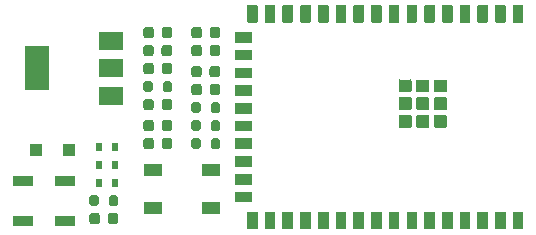
<source format=gtp>
G04 #@! TF.GenerationSoftware,KiCad,Pcbnew,5.1.8-db9833491~87~ubuntu18.04.1*
G04 #@! TF.CreationDate,2020-11-18T16:13:39-03:00*
G04 #@! TF.ProjectId,Franzininho WIFI,4672616e-7a69-46e6-996e-686f20574946,rev?*
G04 #@! TF.SameCoordinates,Original*
G04 #@! TF.FileFunction,Paste,Top*
G04 #@! TF.FilePolarity,Positive*
%FSLAX46Y46*%
G04 Gerber Fmt 4.6, Leading zero omitted, Abs format (unit mm)*
G04 Created by KiCad (PCBNEW 5.1.8-db9833491~87~ubuntu18.04.1) date 2020-11-18 16:13:39*
%MOMM*%
%LPD*%
G01*
G04 APERTURE LIST*
%ADD10R,1.100000X1.100000*%
%ADD11R,0.600000X0.700000*%
%ADD12R,2.000000X3.800000*%
%ADD13R,2.000000X1.500000*%
%ADD14R,1.700000X0.900000*%
%ADD15R,1.500000X1.000000*%
G04 APERTURE END LIST*
G36*
G01*
X145333000Y-99564000D02*
X145333000Y-99064000D01*
G75*
G02*
X145558000Y-98839000I225000J0D01*
G01*
X146008000Y-98839000D01*
G75*
G02*
X146233000Y-99064000I0J-225000D01*
G01*
X146233000Y-99564000D01*
G75*
G02*
X146008000Y-99789000I-225000J0D01*
G01*
X145558000Y-99789000D01*
G75*
G02*
X145333000Y-99564000I0J225000D01*
G01*
G37*
G36*
G01*
X146883000Y-99564000D02*
X146883000Y-99064000D01*
G75*
G02*
X147108000Y-98839000I225000J0D01*
G01*
X147558000Y-98839000D01*
G75*
G02*
X147783000Y-99064000I0J-225000D01*
G01*
X147783000Y-99564000D01*
G75*
G02*
X147558000Y-99789000I-225000J0D01*
G01*
X147108000Y-99789000D01*
G75*
G02*
X146883000Y-99564000I0J225000D01*
G01*
G37*
G36*
G01*
X145333000Y-104415000D02*
X145333000Y-103865000D01*
G75*
G02*
X145533000Y-103665000I200000J0D01*
G01*
X145933000Y-103665000D01*
G75*
G02*
X146133000Y-103865000I0J-200000D01*
G01*
X146133000Y-104415000D01*
G75*
G02*
X145933000Y-104615000I-200000J0D01*
G01*
X145533000Y-104615000D01*
G75*
G02*
X145333000Y-104415000I0J200000D01*
G01*
G37*
G36*
G01*
X146983000Y-104415000D02*
X146983000Y-103865000D01*
G75*
G02*
X147183000Y-103665000I200000J0D01*
G01*
X147583000Y-103665000D01*
G75*
G02*
X147783000Y-103865000I0J-200000D01*
G01*
X147783000Y-104415000D01*
G75*
G02*
X147583000Y-104615000I-200000J0D01*
G01*
X147183000Y-104615000D01*
G75*
G02*
X146983000Y-104415000I0J200000D01*
G01*
G37*
G36*
G01*
X137497000Y-111739000D02*
X137497000Y-112289000D01*
G75*
G02*
X137297000Y-112489000I-200000J0D01*
G01*
X136897000Y-112489000D01*
G75*
G02*
X136697000Y-112289000I0J200000D01*
G01*
X136697000Y-111739000D01*
G75*
G02*
X136897000Y-111539000I200000J0D01*
G01*
X137297000Y-111539000D01*
G75*
G02*
X137497000Y-111739000I0J-200000D01*
G01*
G37*
G36*
G01*
X139147000Y-111739000D02*
X139147000Y-112289000D01*
G75*
G02*
X138947000Y-112489000I-200000J0D01*
G01*
X138547000Y-112489000D01*
G75*
G02*
X138347000Y-112289000I0J200000D01*
G01*
X138347000Y-111739000D01*
G75*
G02*
X138547000Y-111539000I200000J0D01*
G01*
X138947000Y-111539000D01*
G75*
G02*
X139147000Y-111739000I0J-200000D01*
G01*
G37*
G36*
G01*
X163888100Y-105860000D02*
X162961900Y-105860000D01*
G75*
G02*
X162875000Y-105773100I0J86900D01*
G01*
X162875000Y-104846900D01*
G75*
G02*
X162961900Y-104760000I86900J0D01*
G01*
X163888100Y-104760000D01*
G75*
G02*
X163975000Y-104846900I0J-86900D01*
G01*
X163975000Y-105773100D01*
G75*
G02*
X163888100Y-105860000I-86900J0D01*
G01*
G37*
G36*
G01*
X163888100Y-104360000D02*
X162961900Y-104360000D01*
G75*
G02*
X162875000Y-104273100I0J86900D01*
G01*
X162875000Y-103346900D01*
G75*
G02*
X162961900Y-103260000I86900J0D01*
G01*
X163888100Y-103260000D01*
G75*
G02*
X163975000Y-103346900I0J-86900D01*
G01*
X163975000Y-104273100D01*
G75*
G02*
X163888100Y-104360000I-86900J0D01*
G01*
G37*
G36*
G01*
X163888100Y-102860000D02*
X162961900Y-102860000D01*
G75*
G02*
X162875000Y-102773100I0J86900D01*
G01*
X162875000Y-101846900D01*
G75*
G02*
X162961900Y-101760000I86900J0D01*
G01*
X163888100Y-101760000D01*
G75*
G02*
X163975000Y-101846900I0J-86900D01*
G01*
X163975000Y-102773100D01*
G75*
G02*
X163888100Y-102860000I-86900J0D01*
G01*
G37*
G36*
G01*
X165388100Y-105860000D02*
X164461900Y-105860000D01*
G75*
G02*
X164375000Y-105773100I0J86900D01*
G01*
X164375000Y-104846900D01*
G75*
G02*
X164461900Y-104760000I86900J0D01*
G01*
X165388100Y-104760000D01*
G75*
G02*
X165475000Y-104846900I0J-86900D01*
G01*
X165475000Y-105773100D01*
G75*
G02*
X165388100Y-105860000I-86900J0D01*
G01*
G37*
G36*
G01*
X165388100Y-104360000D02*
X164461900Y-104360000D01*
G75*
G02*
X164375000Y-104273100I0J86900D01*
G01*
X164375000Y-103346900D01*
G75*
G02*
X164461900Y-103260000I86900J0D01*
G01*
X165388100Y-103260000D01*
G75*
G02*
X165475000Y-103346900I0J-86900D01*
G01*
X165475000Y-104273100D01*
G75*
G02*
X165388100Y-104360000I-86900J0D01*
G01*
G37*
G36*
G01*
X165388100Y-102860000D02*
X164461900Y-102860000D01*
G75*
G02*
X164375000Y-102773100I0J86900D01*
G01*
X164375000Y-101846900D01*
G75*
G02*
X164461900Y-101760000I86900J0D01*
G01*
X165388100Y-101760000D01*
G75*
G02*
X165475000Y-101846900I0J-86900D01*
G01*
X165475000Y-102773100D01*
G75*
G02*
X165388100Y-102860000I-86900J0D01*
G01*
G37*
G36*
G01*
X166888100Y-105860000D02*
X165961900Y-105860000D01*
G75*
G02*
X165875000Y-105773100I0J86900D01*
G01*
X165875000Y-104846900D01*
G75*
G02*
X165961900Y-104760000I86900J0D01*
G01*
X166888100Y-104760000D01*
G75*
G02*
X166975000Y-104846900I0J-86900D01*
G01*
X166975000Y-105773100D01*
G75*
G02*
X166888100Y-105860000I-86900J0D01*
G01*
G37*
G36*
G01*
X166888100Y-104360000D02*
X165961900Y-104360000D01*
G75*
G02*
X165875000Y-104273100I0J86900D01*
G01*
X165875000Y-103346900D01*
G75*
G02*
X165961900Y-103260000I86900J0D01*
G01*
X166888100Y-103260000D01*
G75*
G02*
X166975000Y-103346900I0J-86900D01*
G01*
X166975000Y-104273100D01*
G75*
G02*
X166888100Y-104360000I-86900J0D01*
G01*
G37*
G36*
G01*
X166888100Y-102860000D02*
X165961900Y-102860000D01*
G75*
G02*
X165875000Y-102773100I0J86900D01*
G01*
X165875000Y-101846900D01*
G75*
G02*
X165961900Y-101760000I86900J0D01*
G01*
X166888100Y-101760000D01*
G75*
G02*
X166975000Y-101846900I0J-86900D01*
G01*
X166975000Y-102773100D01*
G75*
G02*
X166888100Y-102860000I-86900J0D01*
G01*
G37*
G36*
G01*
X173378900Y-114450000D02*
X172621100Y-114450000D01*
G75*
G02*
X172550000Y-114378900I0J71100D01*
G01*
X172550000Y-113021100D01*
G75*
G02*
X172621100Y-112950000I71100J0D01*
G01*
X173378900Y-112950000D01*
G75*
G02*
X173450000Y-113021100I0J-71100D01*
G01*
X173450000Y-114378900D01*
G75*
G02*
X173378900Y-114450000I-71100J0D01*
G01*
G37*
G36*
G01*
X171878900Y-114450000D02*
X171121100Y-114450000D01*
G75*
G02*
X171050000Y-114378900I0J71100D01*
G01*
X171050000Y-113021100D01*
G75*
G02*
X171121100Y-112950000I71100J0D01*
G01*
X171878900Y-112950000D01*
G75*
G02*
X171950000Y-113021100I0J-71100D01*
G01*
X171950000Y-114378900D01*
G75*
G02*
X171878900Y-114450000I-71100J0D01*
G01*
G37*
G36*
G01*
X170378900Y-114450000D02*
X169621100Y-114450000D01*
G75*
G02*
X169550000Y-114378900I0J71100D01*
G01*
X169550000Y-113021100D01*
G75*
G02*
X169621100Y-112950000I71100J0D01*
G01*
X170378900Y-112950000D01*
G75*
G02*
X170450000Y-113021100I0J-71100D01*
G01*
X170450000Y-114378900D01*
G75*
G02*
X170378900Y-114450000I-71100J0D01*
G01*
G37*
G36*
G01*
X168878900Y-114450000D02*
X168121100Y-114450000D01*
G75*
G02*
X168050000Y-114378900I0J71100D01*
G01*
X168050000Y-113021100D01*
G75*
G02*
X168121100Y-112950000I71100J0D01*
G01*
X168878900Y-112950000D01*
G75*
G02*
X168950000Y-113021100I0J-71100D01*
G01*
X168950000Y-114378900D01*
G75*
G02*
X168878900Y-114450000I-71100J0D01*
G01*
G37*
G36*
G01*
X167378900Y-114450000D02*
X166621100Y-114450000D01*
G75*
G02*
X166550000Y-114378900I0J71100D01*
G01*
X166550000Y-113021100D01*
G75*
G02*
X166621100Y-112950000I71100J0D01*
G01*
X167378900Y-112950000D01*
G75*
G02*
X167450000Y-113021100I0J-71100D01*
G01*
X167450000Y-114378900D01*
G75*
G02*
X167378900Y-114450000I-71100J0D01*
G01*
G37*
G36*
G01*
X165878900Y-114450000D02*
X165121100Y-114450000D01*
G75*
G02*
X165050000Y-114378900I0J71100D01*
G01*
X165050000Y-113021100D01*
G75*
G02*
X165121100Y-112950000I71100J0D01*
G01*
X165878900Y-112950000D01*
G75*
G02*
X165950000Y-113021100I0J-71100D01*
G01*
X165950000Y-114378900D01*
G75*
G02*
X165878900Y-114450000I-71100J0D01*
G01*
G37*
G36*
G01*
X164378900Y-114450000D02*
X163621100Y-114450000D01*
G75*
G02*
X163550000Y-114378900I0J71100D01*
G01*
X163550000Y-113021100D01*
G75*
G02*
X163621100Y-112950000I71100J0D01*
G01*
X164378900Y-112950000D01*
G75*
G02*
X164450000Y-113021100I0J-71100D01*
G01*
X164450000Y-114378900D01*
G75*
G02*
X164378900Y-114450000I-71100J0D01*
G01*
G37*
G36*
G01*
X162878900Y-114450000D02*
X162121100Y-114450000D01*
G75*
G02*
X162050000Y-114378900I0J71100D01*
G01*
X162050000Y-113021100D01*
G75*
G02*
X162121100Y-112950000I71100J0D01*
G01*
X162878900Y-112950000D01*
G75*
G02*
X162950000Y-113021100I0J-71100D01*
G01*
X162950000Y-114378900D01*
G75*
G02*
X162878900Y-114450000I-71100J0D01*
G01*
G37*
G36*
G01*
X161378900Y-114450000D02*
X160621100Y-114450000D01*
G75*
G02*
X160550000Y-114378900I0J71100D01*
G01*
X160550000Y-113021100D01*
G75*
G02*
X160621100Y-112950000I71100J0D01*
G01*
X161378900Y-112950000D01*
G75*
G02*
X161450000Y-113021100I0J-71100D01*
G01*
X161450000Y-114378900D01*
G75*
G02*
X161378900Y-114450000I-71100J0D01*
G01*
G37*
G36*
G01*
X159878900Y-114450000D02*
X159121100Y-114450000D01*
G75*
G02*
X159050000Y-114378900I0J71100D01*
G01*
X159050000Y-113021100D01*
G75*
G02*
X159121100Y-112950000I71100J0D01*
G01*
X159878900Y-112950000D01*
G75*
G02*
X159950000Y-113021100I0J-71100D01*
G01*
X159950000Y-114378900D01*
G75*
G02*
X159878900Y-114450000I-71100J0D01*
G01*
G37*
G36*
G01*
X158378900Y-114450000D02*
X157621100Y-114450000D01*
G75*
G02*
X157550000Y-114378900I0J71100D01*
G01*
X157550000Y-113021100D01*
G75*
G02*
X157621100Y-112950000I71100J0D01*
G01*
X158378900Y-112950000D01*
G75*
G02*
X158450000Y-113021100I0J-71100D01*
G01*
X158450000Y-114378900D01*
G75*
G02*
X158378900Y-114450000I-71100J0D01*
G01*
G37*
G36*
G01*
X156878900Y-114450000D02*
X156121100Y-114450000D01*
G75*
G02*
X156050000Y-114378900I0J71100D01*
G01*
X156050000Y-113021100D01*
G75*
G02*
X156121100Y-112950000I71100J0D01*
G01*
X156878900Y-112950000D01*
G75*
G02*
X156950000Y-113021100I0J-71100D01*
G01*
X156950000Y-114378900D01*
G75*
G02*
X156878900Y-114450000I-71100J0D01*
G01*
G37*
G36*
G01*
X155378900Y-114450000D02*
X154621100Y-114450000D01*
G75*
G02*
X154550000Y-114378900I0J71100D01*
G01*
X154550000Y-113021100D01*
G75*
G02*
X154621100Y-112950000I71100J0D01*
G01*
X155378900Y-112950000D01*
G75*
G02*
X155450000Y-113021100I0J-71100D01*
G01*
X155450000Y-114378900D01*
G75*
G02*
X155378900Y-114450000I-71100J0D01*
G01*
G37*
G36*
G01*
X153878900Y-114450000D02*
X153121100Y-114450000D01*
G75*
G02*
X153050000Y-114378900I0J71100D01*
G01*
X153050000Y-113021100D01*
G75*
G02*
X153121100Y-112950000I71100J0D01*
G01*
X153878900Y-112950000D01*
G75*
G02*
X153950000Y-113021100I0J-71100D01*
G01*
X153950000Y-114378900D01*
G75*
G02*
X153878900Y-114450000I-71100J0D01*
G01*
G37*
G36*
G01*
X152378900Y-114450000D02*
X151621100Y-114450000D01*
G75*
G02*
X151550000Y-114378900I0J71100D01*
G01*
X151550000Y-113021100D01*
G75*
G02*
X151621100Y-112950000I71100J0D01*
G01*
X152378900Y-112950000D01*
G75*
G02*
X152450000Y-113021100I0J-71100D01*
G01*
X152450000Y-114378900D01*
G75*
G02*
X152378900Y-114450000I-71100J0D01*
G01*
G37*
G36*
G01*
X150878900Y-114450000D02*
X150121100Y-114450000D01*
G75*
G02*
X150050000Y-114378900I0J71100D01*
G01*
X150050000Y-113021100D01*
G75*
G02*
X150121100Y-112950000I71100J0D01*
G01*
X150878900Y-112950000D01*
G75*
G02*
X150950000Y-113021100I0J-71100D01*
G01*
X150950000Y-114378900D01*
G75*
G02*
X150878900Y-114450000I-71100J0D01*
G01*
G37*
G36*
G01*
X149000000Y-112078900D02*
X149000000Y-111321100D01*
G75*
G02*
X149071100Y-111250000I71100J0D01*
G01*
X150428900Y-111250000D01*
G75*
G02*
X150500000Y-111321100I0J-71100D01*
G01*
X150500000Y-112078900D01*
G75*
G02*
X150428900Y-112150000I-71100J0D01*
G01*
X149071100Y-112150000D01*
G75*
G02*
X149000000Y-112078900I0J71100D01*
G01*
G37*
G36*
G01*
X149000000Y-110578900D02*
X149000000Y-109821100D01*
G75*
G02*
X149071100Y-109750000I71100J0D01*
G01*
X150428900Y-109750000D01*
G75*
G02*
X150500000Y-109821100I0J-71100D01*
G01*
X150500000Y-110578900D01*
G75*
G02*
X150428900Y-110650000I-71100J0D01*
G01*
X149071100Y-110650000D01*
G75*
G02*
X149000000Y-110578900I0J71100D01*
G01*
G37*
G36*
G01*
X149000000Y-109078900D02*
X149000000Y-108321100D01*
G75*
G02*
X149071100Y-108250000I71100J0D01*
G01*
X150428900Y-108250000D01*
G75*
G02*
X150500000Y-108321100I0J-71100D01*
G01*
X150500000Y-109078900D01*
G75*
G02*
X150428900Y-109150000I-71100J0D01*
G01*
X149071100Y-109150000D01*
G75*
G02*
X149000000Y-109078900I0J71100D01*
G01*
G37*
G36*
G01*
X149000000Y-107578900D02*
X149000000Y-106821100D01*
G75*
G02*
X149071100Y-106750000I71100J0D01*
G01*
X150428900Y-106750000D01*
G75*
G02*
X150500000Y-106821100I0J-71100D01*
G01*
X150500000Y-107578900D01*
G75*
G02*
X150428900Y-107650000I-71100J0D01*
G01*
X149071100Y-107650000D01*
G75*
G02*
X149000000Y-107578900I0J71100D01*
G01*
G37*
G36*
G01*
X149000000Y-106078900D02*
X149000000Y-105321100D01*
G75*
G02*
X149071100Y-105250000I71100J0D01*
G01*
X150428900Y-105250000D01*
G75*
G02*
X150500000Y-105321100I0J-71100D01*
G01*
X150500000Y-106078900D01*
G75*
G02*
X150428900Y-106150000I-71100J0D01*
G01*
X149071100Y-106150000D01*
G75*
G02*
X149000000Y-106078900I0J71100D01*
G01*
G37*
G36*
G01*
X149000000Y-104578900D02*
X149000000Y-103821100D01*
G75*
G02*
X149071100Y-103750000I71100J0D01*
G01*
X150428900Y-103750000D01*
G75*
G02*
X150500000Y-103821100I0J-71100D01*
G01*
X150500000Y-104578900D01*
G75*
G02*
X150428900Y-104650000I-71100J0D01*
G01*
X149071100Y-104650000D01*
G75*
G02*
X149000000Y-104578900I0J71100D01*
G01*
G37*
G36*
G01*
X149000000Y-103078900D02*
X149000000Y-102321100D01*
G75*
G02*
X149071100Y-102250000I71100J0D01*
G01*
X150428900Y-102250000D01*
G75*
G02*
X150500000Y-102321100I0J-71100D01*
G01*
X150500000Y-103078900D01*
G75*
G02*
X150428900Y-103150000I-71100J0D01*
G01*
X149071100Y-103150000D01*
G75*
G02*
X149000000Y-103078900I0J71100D01*
G01*
G37*
G36*
G01*
X149000000Y-101578900D02*
X149000000Y-100821100D01*
G75*
G02*
X149071100Y-100750000I71100J0D01*
G01*
X150428900Y-100750000D01*
G75*
G02*
X150500000Y-100821100I0J-71100D01*
G01*
X150500000Y-101578900D01*
G75*
G02*
X150428900Y-101650000I-71100J0D01*
G01*
X149071100Y-101650000D01*
G75*
G02*
X149000000Y-101578900I0J71100D01*
G01*
G37*
G36*
G01*
X149000000Y-100078900D02*
X149000000Y-99321100D01*
G75*
G02*
X149071100Y-99250000I71100J0D01*
G01*
X150428900Y-99250000D01*
G75*
G02*
X150500000Y-99321100I0J-71100D01*
G01*
X150500000Y-100078900D01*
G75*
G02*
X150428900Y-100150000I-71100J0D01*
G01*
X149071100Y-100150000D01*
G75*
G02*
X149000000Y-100078900I0J71100D01*
G01*
G37*
G36*
G01*
X149000000Y-98578900D02*
X149000000Y-97821100D01*
G75*
G02*
X149071100Y-97750000I71100J0D01*
G01*
X150428900Y-97750000D01*
G75*
G02*
X150500000Y-97821100I0J-71100D01*
G01*
X150500000Y-98578900D01*
G75*
G02*
X150428900Y-98650000I-71100J0D01*
G01*
X149071100Y-98650000D01*
G75*
G02*
X149000000Y-98578900I0J71100D01*
G01*
G37*
G36*
G01*
X150121100Y-95450000D02*
X150878900Y-95450000D01*
G75*
G02*
X150950000Y-95521100I0J-71100D01*
G01*
X150950000Y-96878900D01*
G75*
G02*
X150878900Y-96950000I-71100J0D01*
G01*
X150121100Y-96950000D01*
G75*
G02*
X150050000Y-96878900I0J71100D01*
G01*
X150050000Y-95521100D01*
G75*
G02*
X150121100Y-95450000I71100J0D01*
G01*
G37*
G36*
G01*
X151621100Y-95450000D02*
X152378900Y-95450000D01*
G75*
G02*
X152450000Y-95521100I0J-71100D01*
G01*
X152450000Y-96878900D01*
G75*
G02*
X152378900Y-96950000I-71100J0D01*
G01*
X151621100Y-96950000D01*
G75*
G02*
X151550000Y-96878900I0J71100D01*
G01*
X151550000Y-95521100D01*
G75*
G02*
X151621100Y-95450000I71100J0D01*
G01*
G37*
G36*
G01*
X153121100Y-95450000D02*
X153878900Y-95450000D01*
G75*
G02*
X153950000Y-95521100I0J-71100D01*
G01*
X153950000Y-96878900D01*
G75*
G02*
X153878900Y-96950000I-71100J0D01*
G01*
X153121100Y-96950000D01*
G75*
G02*
X153050000Y-96878900I0J71100D01*
G01*
X153050000Y-95521100D01*
G75*
G02*
X153121100Y-95450000I71100J0D01*
G01*
G37*
G36*
G01*
X154621100Y-95450000D02*
X155378900Y-95450000D01*
G75*
G02*
X155450000Y-95521100I0J-71100D01*
G01*
X155450000Y-96878900D01*
G75*
G02*
X155378900Y-96950000I-71100J0D01*
G01*
X154621100Y-96950000D01*
G75*
G02*
X154550000Y-96878900I0J71100D01*
G01*
X154550000Y-95521100D01*
G75*
G02*
X154621100Y-95450000I71100J0D01*
G01*
G37*
G36*
G01*
X156121100Y-95450000D02*
X156878900Y-95450000D01*
G75*
G02*
X156950000Y-95521100I0J-71100D01*
G01*
X156950000Y-96878900D01*
G75*
G02*
X156878900Y-96950000I-71100J0D01*
G01*
X156121100Y-96950000D01*
G75*
G02*
X156050000Y-96878900I0J71100D01*
G01*
X156050000Y-95521100D01*
G75*
G02*
X156121100Y-95450000I71100J0D01*
G01*
G37*
G36*
G01*
X157621100Y-95450000D02*
X158378900Y-95450000D01*
G75*
G02*
X158450000Y-95521100I0J-71100D01*
G01*
X158450000Y-96878900D01*
G75*
G02*
X158378900Y-96950000I-71100J0D01*
G01*
X157621100Y-96950000D01*
G75*
G02*
X157550000Y-96878900I0J71100D01*
G01*
X157550000Y-95521100D01*
G75*
G02*
X157621100Y-95450000I71100J0D01*
G01*
G37*
G36*
G01*
X159121100Y-95450000D02*
X159878900Y-95450000D01*
G75*
G02*
X159950000Y-95521100I0J-71100D01*
G01*
X159950000Y-96878900D01*
G75*
G02*
X159878900Y-96950000I-71100J0D01*
G01*
X159121100Y-96950000D01*
G75*
G02*
X159050000Y-96878900I0J71100D01*
G01*
X159050000Y-95521100D01*
G75*
G02*
X159121100Y-95450000I71100J0D01*
G01*
G37*
G36*
G01*
X160621100Y-95450000D02*
X161378900Y-95450000D01*
G75*
G02*
X161450000Y-95521100I0J-71100D01*
G01*
X161450000Y-96878900D01*
G75*
G02*
X161378900Y-96950000I-71100J0D01*
G01*
X160621100Y-96950000D01*
G75*
G02*
X160550000Y-96878900I0J71100D01*
G01*
X160550000Y-95521100D01*
G75*
G02*
X160621100Y-95450000I71100J0D01*
G01*
G37*
G36*
G01*
X162121100Y-95450000D02*
X162878900Y-95450000D01*
G75*
G02*
X162950000Y-95521100I0J-71100D01*
G01*
X162950000Y-96878900D01*
G75*
G02*
X162878900Y-96950000I-71100J0D01*
G01*
X162121100Y-96950000D01*
G75*
G02*
X162050000Y-96878900I0J71100D01*
G01*
X162050000Y-95521100D01*
G75*
G02*
X162121100Y-95450000I71100J0D01*
G01*
G37*
G36*
G01*
X163621100Y-95450000D02*
X164378900Y-95450000D01*
G75*
G02*
X164450000Y-95521100I0J-71100D01*
G01*
X164450000Y-96878900D01*
G75*
G02*
X164378900Y-96950000I-71100J0D01*
G01*
X163621100Y-96950000D01*
G75*
G02*
X163550000Y-96878900I0J71100D01*
G01*
X163550000Y-95521100D01*
G75*
G02*
X163621100Y-95450000I71100J0D01*
G01*
G37*
G36*
G01*
X165121100Y-95450000D02*
X165878900Y-95450000D01*
G75*
G02*
X165950000Y-95521100I0J-71100D01*
G01*
X165950000Y-96878900D01*
G75*
G02*
X165878900Y-96950000I-71100J0D01*
G01*
X165121100Y-96950000D01*
G75*
G02*
X165050000Y-96878900I0J71100D01*
G01*
X165050000Y-95521100D01*
G75*
G02*
X165121100Y-95450000I71100J0D01*
G01*
G37*
G36*
G01*
X166621100Y-95450000D02*
X167378900Y-95450000D01*
G75*
G02*
X167450000Y-95521100I0J-71100D01*
G01*
X167450000Y-96878900D01*
G75*
G02*
X167378900Y-96950000I-71100J0D01*
G01*
X166621100Y-96950000D01*
G75*
G02*
X166550000Y-96878900I0J71100D01*
G01*
X166550000Y-95521100D01*
G75*
G02*
X166621100Y-95450000I71100J0D01*
G01*
G37*
G36*
G01*
X168121100Y-95450000D02*
X168878900Y-95450000D01*
G75*
G02*
X168950000Y-95521100I0J-71100D01*
G01*
X168950000Y-96878900D01*
G75*
G02*
X168878900Y-96950000I-71100J0D01*
G01*
X168121100Y-96950000D01*
G75*
G02*
X168050000Y-96878900I0J71100D01*
G01*
X168050000Y-95521100D01*
G75*
G02*
X168121100Y-95450000I71100J0D01*
G01*
G37*
G36*
G01*
X169621100Y-95450000D02*
X170378900Y-95450000D01*
G75*
G02*
X170450000Y-95521100I0J-71100D01*
G01*
X170450000Y-96878900D01*
G75*
G02*
X170378900Y-96950000I-71100J0D01*
G01*
X169621100Y-96950000D01*
G75*
G02*
X169550000Y-96878900I0J71100D01*
G01*
X169550000Y-95521100D01*
G75*
G02*
X169621100Y-95450000I71100J0D01*
G01*
G37*
G36*
G01*
X171121100Y-95450000D02*
X171878900Y-95450000D01*
G75*
G02*
X171950000Y-95521100I0J-71100D01*
G01*
X171950000Y-96878900D01*
G75*
G02*
X171878900Y-96950000I-71100J0D01*
G01*
X171121100Y-96950000D01*
G75*
G02*
X171050000Y-96878900I0J71100D01*
G01*
X171050000Y-95521100D01*
G75*
G02*
X171121100Y-95450000I71100J0D01*
G01*
G37*
G36*
G01*
X172621100Y-95450000D02*
X173378900Y-95450000D01*
G75*
G02*
X173450000Y-95521100I0J-71100D01*
G01*
X173450000Y-96878900D01*
G75*
G02*
X173378900Y-96950000I-71100J0D01*
G01*
X172621100Y-96950000D01*
G75*
G02*
X172550000Y-96878900I0J71100D01*
G01*
X172550000Y-95521100D01*
G75*
G02*
X172621100Y-95450000I71100J0D01*
G01*
G37*
G36*
G01*
X145333000Y-98040000D02*
X145333000Y-97540000D01*
G75*
G02*
X145558000Y-97315000I225000J0D01*
G01*
X146008000Y-97315000D01*
G75*
G02*
X146233000Y-97540000I0J-225000D01*
G01*
X146233000Y-98040000D01*
G75*
G02*
X146008000Y-98265000I-225000J0D01*
G01*
X145558000Y-98265000D01*
G75*
G02*
X145333000Y-98040000I0J225000D01*
G01*
G37*
G36*
G01*
X146883000Y-98040000D02*
X146883000Y-97540000D01*
G75*
G02*
X147108000Y-97315000I225000J0D01*
G01*
X147558000Y-97315000D01*
G75*
G02*
X147783000Y-97540000I0J-225000D01*
G01*
X147783000Y-98040000D01*
G75*
G02*
X147558000Y-98265000I-225000J0D01*
G01*
X147108000Y-98265000D01*
G75*
G02*
X146883000Y-98040000I0J225000D01*
G01*
G37*
G36*
G01*
X141269000Y-98040000D02*
X141269000Y-97540000D01*
G75*
G02*
X141494000Y-97315000I225000J0D01*
G01*
X141944000Y-97315000D01*
G75*
G02*
X142169000Y-97540000I0J-225000D01*
G01*
X142169000Y-98040000D01*
G75*
G02*
X141944000Y-98265000I-225000J0D01*
G01*
X141494000Y-98265000D01*
G75*
G02*
X141269000Y-98040000I0J225000D01*
G01*
G37*
G36*
G01*
X142819000Y-98040000D02*
X142819000Y-97540000D01*
G75*
G02*
X143044000Y-97315000I225000J0D01*
G01*
X143494000Y-97315000D01*
G75*
G02*
X143719000Y-97540000I0J-225000D01*
G01*
X143719000Y-98040000D01*
G75*
G02*
X143494000Y-98265000I-225000J0D01*
G01*
X143044000Y-98265000D01*
G75*
G02*
X142819000Y-98040000I0J225000D01*
G01*
G37*
G36*
G01*
X142169000Y-106938000D02*
X142169000Y-107438000D01*
G75*
G02*
X141944000Y-107663000I-225000J0D01*
G01*
X141494000Y-107663000D01*
G75*
G02*
X141269000Y-107438000I0J225000D01*
G01*
X141269000Y-106938000D01*
G75*
G02*
X141494000Y-106713000I225000J0D01*
G01*
X141944000Y-106713000D01*
G75*
G02*
X142169000Y-106938000I0J-225000D01*
G01*
G37*
G36*
G01*
X143719000Y-106938000D02*
X143719000Y-107438000D01*
G75*
G02*
X143494000Y-107663000I-225000J0D01*
G01*
X143044000Y-107663000D01*
G75*
G02*
X142819000Y-107438000I0J225000D01*
G01*
X142819000Y-106938000D01*
G75*
G02*
X143044000Y-106713000I225000J0D01*
G01*
X143494000Y-106713000D01*
G75*
G02*
X143719000Y-106938000I0J-225000D01*
G01*
G37*
G36*
G01*
X142169000Y-105414000D02*
X142169000Y-105914000D01*
G75*
G02*
X141944000Y-106139000I-225000J0D01*
G01*
X141494000Y-106139000D01*
G75*
G02*
X141269000Y-105914000I0J225000D01*
G01*
X141269000Y-105414000D01*
G75*
G02*
X141494000Y-105189000I225000J0D01*
G01*
X141944000Y-105189000D01*
G75*
G02*
X142169000Y-105414000I0J-225000D01*
G01*
G37*
G36*
G01*
X143719000Y-105414000D02*
X143719000Y-105914000D01*
G75*
G02*
X143494000Y-106139000I-225000J0D01*
G01*
X143044000Y-106139000D01*
G75*
G02*
X142819000Y-105914000I0J225000D01*
G01*
X142819000Y-105414000D01*
G75*
G02*
X143044000Y-105189000I225000J0D01*
G01*
X143494000Y-105189000D01*
G75*
G02*
X143719000Y-105414000I0J-225000D01*
G01*
G37*
G36*
G01*
X136697000Y-113788000D02*
X136697000Y-113288000D01*
G75*
G02*
X136922000Y-113063000I225000J0D01*
G01*
X137372000Y-113063000D01*
G75*
G02*
X137597000Y-113288000I0J-225000D01*
G01*
X137597000Y-113788000D01*
G75*
G02*
X137372000Y-114013000I-225000J0D01*
G01*
X136922000Y-114013000D01*
G75*
G02*
X136697000Y-113788000I0J225000D01*
G01*
G37*
G36*
G01*
X138247000Y-113788000D02*
X138247000Y-113288000D01*
G75*
G02*
X138472000Y-113063000I225000J0D01*
G01*
X138922000Y-113063000D01*
G75*
G02*
X139147000Y-113288000I0J-225000D01*
G01*
X139147000Y-113788000D01*
G75*
G02*
X138922000Y-114013000I-225000J0D01*
G01*
X138472000Y-114013000D01*
G75*
G02*
X138247000Y-113788000I0J225000D01*
G01*
G37*
D10*
X135004000Y-107696000D03*
X132204000Y-107696000D03*
G36*
G01*
X145333000Y-107463000D02*
X145333000Y-106913000D01*
G75*
G02*
X145533000Y-106713000I200000J0D01*
G01*
X145933000Y-106713000D01*
G75*
G02*
X146133000Y-106913000I0J-200000D01*
G01*
X146133000Y-107463000D01*
G75*
G02*
X145933000Y-107663000I-200000J0D01*
G01*
X145533000Y-107663000D01*
G75*
G02*
X145333000Y-107463000I0J200000D01*
G01*
G37*
G36*
G01*
X146983000Y-107463000D02*
X146983000Y-106913000D01*
G75*
G02*
X147183000Y-106713000I200000J0D01*
G01*
X147583000Y-106713000D01*
G75*
G02*
X147783000Y-106913000I0J-200000D01*
G01*
X147783000Y-107463000D01*
G75*
G02*
X147583000Y-107663000I-200000J0D01*
G01*
X147183000Y-107663000D01*
G75*
G02*
X146983000Y-107463000I0J200000D01*
G01*
G37*
G36*
G01*
X146133000Y-105389000D02*
X146133000Y-105939000D01*
G75*
G02*
X145933000Y-106139000I-200000J0D01*
G01*
X145533000Y-106139000D01*
G75*
G02*
X145333000Y-105939000I0J200000D01*
G01*
X145333000Y-105389000D01*
G75*
G02*
X145533000Y-105189000I200000J0D01*
G01*
X145933000Y-105189000D01*
G75*
G02*
X146133000Y-105389000I0J-200000D01*
G01*
G37*
G36*
G01*
X147783000Y-105389000D02*
X147783000Y-105939000D01*
G75*
G02*
X147583000Y-106139000I-200000J0D01*
G01*
X147183000Y-106139000D01*
G75*
G02*
X146983000Y-105939000I0J200000D01*
G01*
X146983000Y-105389000D01*
G75*
G02*
X147183000Y-105189000I200000J0D01*
G01*
X147583000Y-105189000D01*
G75*
G02*
X147783000Y-105389000I0J-200000D01*
G01*
G37*
D11*
X138876000Y-110490000D03*
X137476000Y-110490000D03*
X138876000Y-108966000D03*
X137476000Y-108966000D03*
X137476000Y-107442000D03*
X138876000Y-107442000D03*
G36*
G01*
X142819000Y-101088000D02*
X142819000Y-100588000D01*
G75*
G02*
X143044000Y-100363000I225000J0D01*
G01*
X143494000Y-100363000D01*
G75*
G02*
X143719000Y-100588000I0J-225000D01*
G01*
X143719000Y-101088000D01*
G75*
G02*
X143494000Y-101313000I-225000J0D01*
G01*
X143044000Y-101313000D01*
G75*
G02*
X142819000Y-101088000I0J225000D01*
G01*
G37*
G36*
G01*
X141269000Y-101088000D02*
X141269000Y-100588000D01*
G75*
G02*
X141494000Y-100363000I225000J0D01*
G01*
X141944000Y-100363000D01*
G75*
G02*
X142169000Y-100588000I0J-225000D01*
G01*
X142169000Y-101088000D01*
G75*
G02*
X141944000Y-101313000I-225000J0D01*
G01*
X141494000Y-101313000D01*
G75*
G02*
X141269000Y-101088000I0J225000D01*
G01*
G37*
G36*
G01*
X141256000Y-99564000D02*
X141256000Y-99064000D01*
G75*
G02*
X141481000Y-98839000I225000J0D01*
G01*
X141931000Y-98839000D01*
G75*
G02*
X142156000Y-99064000I0J-225000D01*
G01*
X142156000Y-99564000D01*
G75*
G02*
X141931000Y-99789000I-225000J0D01*
G01*
X141481000Y-99789000D01*
G75*
G02*
X141256000Y-99564000I0J225000D01*
G01*
G37*
G36*
G01*
X142806000Y-99564000D02*
X142806000Y-99064000D01*
G75*
G02*
X143031000Y-98839000I225000J0D01*
G01*
X143481000Y-98839000D01*
G75*
G02*
X143706000Y-99064000I0J-225000D01*
G01*
X143706000Y-99564000D01*
G75*
G02*
X143481000Y-99789000I-225000J0D01*
G01*
X143031000Y-99789000D01*
G75*
G02*
X142806000Y-99564000I0J225000D01*
G01*
G37*
G36*
G01*
X146883000Y-102866000D02*
X146883000Y-102366000D01*
G75*
G02*
X147108000Y-102141000I225000J0D01*
G01*
X147558000Y-102141000D01*
G75*
G02*
X147783000Y-102366000I0J-225000D01*
G01*
X147783000Y-102866000D01*
G75*
G02*
X147558000Y-103091000I-225000J0D01*
G01*
X147108000Y-103091000D01*
G75*
G02*
X146883000Y-102866000I0J225000D01*
G01*
G37*
G36*
G01*
X145333000Y-102866000D02*
X145333000Y-102366000D01*
G75*
G02*
X145558000Y-102141000I225000J0D01*
G01*
X146008000Y-102141000D01*
G75*
G02*
X146233000Y-102366000I0J-225000D01*
G01*
X146233000Y-102866000D01*
G75*
G02*
X146008000Y-103091000I-225000J0D01*
G01*
X145558000Y-103091000D01*
G75*
G02*
X145333000Y-102866000I0J225000D01*
G01*
G37*
G36*
G01*
X145320000Y-101342000D02*
X145320000Y-100842000D01*
G75*
G02*
X145545000Y-100617000I225000J0D01*
G01*
X145995000Y-100617000D01*
G75*
G02*
X146220000Y-100842000I0J-225000D01*
G01*
X146220000Y-101342000D01*
G75*
G02*
X145995000Y-101567000I-225000J0D01*
G01*
X145545000Y-101567000D01*
G75*
G02*
X145320000Y-101342000I0J225000D01*
G01*
G37*
G36*
G01*
X146870000Y-101342000D02*
X146870000Y-100842000D01*
G75*
G02*
X147095000Y-100617000I225000J0D01*
G01*
X147545000Y-100617000D01*
G75*
G02*
X147770000Y-100842000I0J-225000D01*
G01*
X147770000Y-101342000D01*
G75*
G02*
X147545000Y-101567000I-225000J0D01*
G01*
X147095000Y-101567000D01*
G75*
G02*
X146870000Y-101342000I0J225000D01*
G01*
G37*
D12*
X132232000Y-100824000D03*
D13*
X138532000Y-100824000D03*
X138532000Y-98524000D03*
X138532000Y-103124000D03*
G36*
G01*
X141269000Y-104142250D02*
X141269000Y-103629750D01*
G75*
G02*
X141487750Y-103411000I218750J0D01*
G01*
X141925250Y-103411000D01*
G75*
G02*
X142144000Y-103629750I0J-218750D01*
G01*
X142144000Y-104142250D01*
G75*
G02*
X141925250Y-104361000I-218750J0D01*
G01*
X141487750Y-104361000D01*
G75*
G02*
X141269000Y-104142250I0J218750D01*
G01*
G37*
G36*
G01*
X142844000Y-104142250D02*
X142844000Y-103629750D01*
G75*
G02*
X143062750Y-103411000I218750J0D01*
G01*
X143500250Y-103411000D01*
G75*
G02*
X143719000Y-103629750I0J-218750D01*
G01*
X143719000Y-104142250D01*
G75*
G02*
X143500250Y-104361000I-218750J0D01*
G01*
X143062750Y-104361000D01*
G75*
G02*
X142844000Y-104142250I0J218750D01*
G01*
G37*
G36*
G01*
X141269000Y-102637000D02*
X141269000Y-102087000D01*
G75*
G02*
X141469000Y-101887000I200000J0D01*
G01*
X141869000Y-101887000D01*
G75*
G02*
X142069000Y-102087000I0J-200000D01*
G01*
X142069000Y-102637000D01*
G75*
G02*
X141869000Y-102837000I-200000J0D01*
G01*
X141469000Y-102837000D01*
G75*
G02*
X141269000Y-102637000I0J200000D01*
G01*
G37*
G36*
G01*
X142919000Y-102637000D02*
X142919000Y-102087000D01*
G75*
G02*
X143119000Y-101887000I200000J0D01*
G01*
X143519000Y-101887000D01*
G75*
G02*
X143719000Y-102087000I0J-200000D01*
G01*
X143719000Y-102637000D01*
G75*
G02*
X143519000Y-102837000I-200000J0D01*
G01*
X143119000Y-102837000D01*
G75*
G02*
X142919000Y-102637000I0J200000D01*
G01*
G37*
D14*
X131064000Y-110314000D03*
X131064000Y-113714000D03*
X134620000Y-110314000D03*
X134620000Y-113714000D03*
D15*
X146976000Y-112598000D03*
X146976000Y-109398000D03*
X142076000Y-112598000D03*
X142076000Y-109398000D03*
M02*

</source>
